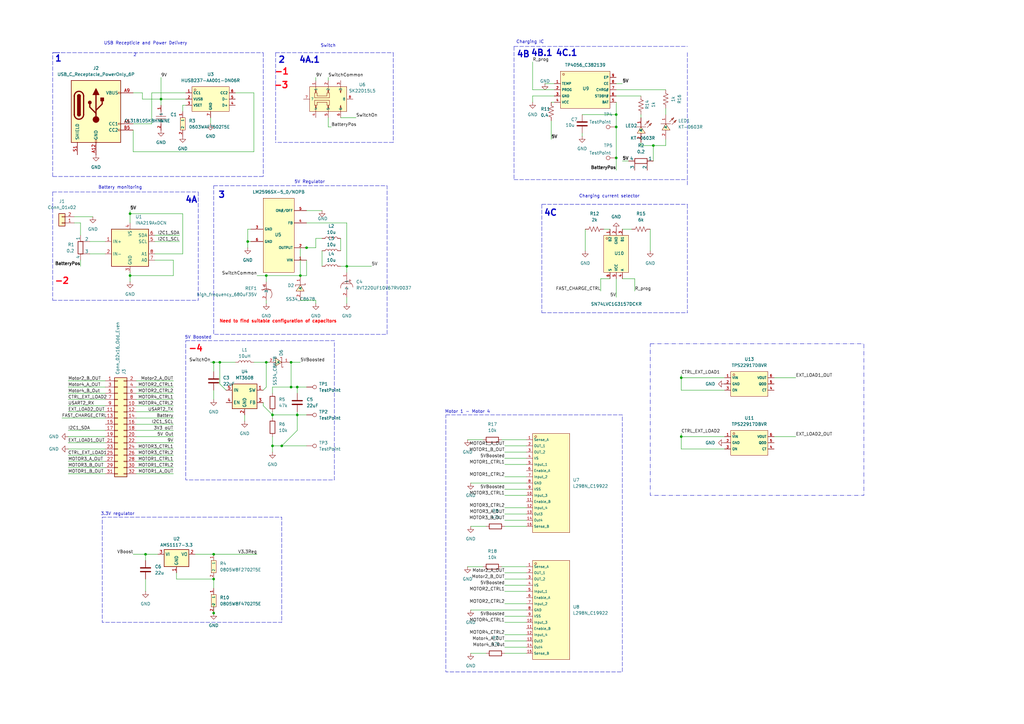
<source format=kicad_sch>
(kicad_sch (version 20231120) (generator "eeschema") (generator_version "8.0")
  (paper "A3")
  (title_block (title "EEE3088_Micro_Mouse_PCB") (date "2025-03-28") (rev "v4.0") (company "University of Cape Town") (comment 1 "@Author: Max Mendelow, Kholofelo Zondi") (comment 2 "Student number: MNDMAX003, ZNDKHO003"))
  (junction (at 101.6 99.06))
  (junction (at 125.73 101.6))
  (junction (at 90.17 148.59))
  (junction (at 111.76 182.88))
  (junction (at 279.4 154.94))
  (junction (at 109.22 113.03))
  (junction (at 111.76 170.18))
  (junction (at 252.73 46.99))
  (junction (at 279.4 179.07))
  (junction (at 109.22 148.59))
  (junction (at 53.34 113.03))
  (junction (at 119.38 148.59))
  (junction (at 252.73 52.07))
  (junction (at 123.19 113.03))
  (junction (at 267.97 59.69))
  (junction (at 87.63 251.46))
  (junction (at 59.69 227.33))
  (junction (at 87.63 148.59))
  (junction (at 121.92 158.75))
  (junction (at 119.38 158.75))
  (junction (at 252.73 64.77))
  (junction (at 115.57 182.88))
  (junction (at 121.92 170.18))
  (junction (at 53.34 87.63))
  (junction (at 66.04 40.64))
  (junction (at 142.24 109.22))
  (junction (at 87.63 227.33))
  (junction (at 87.63 237.49))
  (wire (pts (xy 139.7 109.22) (xy 142.24 109.22)))
  (wire (pts (xy 104.14 62.23) (xy 54.61 62.23)))
  (wire (pts (xy 66.04 40.64) (xy 76.2 40.64)))
  (wire (pts (xy 101.6 99.06) (xy 101.6 101.6)))
  (wire (pts (xy 87.63 160.02) (xy 87.63 163.83)))
  (wire (pts (xy 218.44 41.91) (xy 218.44 39.37)))
  (wire (pts (xy 86.36 50.8) (xy 86.36 48.26)))
  (wire (pts (xy 43.18 168.91) (xy 27.94 168.91)))
  (wire (pts (xy 279.4 177.8) (xy 279.4 179.07)))
  (polyline (pts (xy 107.95 21.59) (xy 107.95 72.39)) (stroke (width 0) (type dash)))
  (wire (pts (xy 111.76 170.18) (xy 121.92 170.18)))
  (wire (pts (xy 63.5 96.52) (xy 73.66 96.52)))
  (polyline (pts (xy 222.25 83.82) (xy 222.25 128.27)) (stroke (width 0) (type dash)))
  (wire (pts (xy 255.27 114.3) (xy 260.35 114.3)))
  (wire (pts (xy 191.77 180.34) (xy 198.12 180.34)))
  (wire (pts (xy 43.18 163.83) (xy 27.94 163.83)))
  (wire (pts (xy 55.88 173.99) (xy 71.12 173.99)))
  (wire (pts (xy 250.19 114.3) (xy 246.38 114.3)))
  (wire (pts (xy 55.88 194.31) (xy 71.12 194.31)))
  (wire (pts (xy 207.01 262.89) (xy 215.9 262.89)))
  (wire (pts (xy 207.01 240.03) (xy 215.9 240.03)))
  (wire (pts (xy 43.18 181.61) (xy 27.94 181.61)))
  (wire (pts (xy 273.05 36.83) (xy 252.73 36.83)))
  (wire (pts (xy 87.63 148.59) (xy 90.17 148.59)))
  (wire (pts (xy 36.83 99.06) (xy 43.18 99.06)))
  (wire (pts (xy 54.61 38.1) (xy 58.42 38.1)))
  (polyline (pts (xy 210.82 19.05) (xy 210.82 73.66)) (stroke (width 0) (type dash)))
  (wire (pts (xy 90.17 148.59) (xy 90.17 157.48)))
  (wire (pts (xy 273.05 57.15) (xy 273.05 59.69)))
  (wire (pts (xy 36.83 104.14) (xy 43.18 104.14)))
  (wire (pts (xy 54.61 227.33) (xy 59.69 227.33)))
  (wire (pts (xy 207.01 185.42) (xy 215.9 185.42)))
  (wire (pts (xy 87.63 237.49) (xy 87.63 241.3)))
  (wire (pts (xy 72.39 237.49) (xy 87.63 237.49)))
  (wire (pts (xy 59.69 237.49) (xy 59.69 242.57)))
  (wire (pts (xy 53.34 113.03) (xy 71.12 113.03)))
  (wire (pts (xy 297.18 184.15) (xy 279.4 184.15)))
  (wire (pts (xy 125.73 113.03) (xy 125.73 106.68)))
  (wire (pts (xy 104.14 148.59) (xy 109.22 148.59)))
  (wire (pts (xy 207.01 237.49) (xy 215.9 237.49)))
  (wire (pts (xy 205.74 232.41) (xy 215.9 232.41)))
  (wire (pts (xy 279.4 153.67) (xy 279.4 154.94)))
  (wire (pts (xy 86.36 148.59) (xy 87.63 148.59)))
  (wire (pts (xy 129.54 97.79) (xy 132.08 97.79)))
  (wire (pts (xy 273.05 46.99) (xy 273.05 44.45)))
  (wire (pts (xy 193.04 215.9) (xy 199.39 215.9)))
  (wire (pts (xy 125.73 182.88) (xy 115.57 182.88)))
  (polyline (pts (xy 21.59 21.59) (xy 22.86 21.59)) (stroke (width 0) (type dash)))
  (wire (pts (xy 252.73 39.37) (xy 262.89 39.37)))
  (wire (pts (xy 238.76 46.99) (xy 252.73 46.99)))
  (wire (pts (xy 43.18 186.69) (xy 27.94 186.69)))
  (wire (pts (xy 193.04 250.19) (xy 215.9 250.19)))
  (wire (pts (xy 87.63 148.59) (xy 87.63 152.4)))
  (wire (pts (xy 207.01 210.82) (xy 215.9 210.82)))
  (wire (pts (xy 102.87 93.98) (xy 101.6 93.98)))
  (wire (pts (xy 121.92 170.18) (xy 121.92 176.53)))
  (wire (pts (xy 55.88 166.37) (xy 71.12 166.37)))
  (wire (pts (xy 54.61 62.23) (xy 54.61 53.34)))
  (wire (pts (xy 25.4 171.45) (xy 43.18 171.45)))
  (polyline (pts (xy 161.29 58.42) (xy 113.03 58.42)) (stroke (width 0) (type dash)))
  (wire (pts (xy 111.76 158.75) (xy 119.38 158.75)))
  (wire (pts (xy 55.88 184.15) (xy 71.12 184.15)))
  (wire (pts (xy 207.01 265.43) (xy 215.9 265.43)))
  (wire (pts (xy 27.94 158.75) (xy 43.18 158.75)))
  (wire (pts (xy 207.01 242.57) (xy 215.9 242.57)))
  (wire (pts (xy 76.2 38.1) (xy 62.23 38.1)))
  (wire (pts (xy 207.01 182.88) (xy 215.9 182.88)))
  (wire (pts (xy 27.94 161.29) (xy 43.18 161.29)))
  (wire (pts (xy 252.73 34.29) (xy 255.27 34.29)))
  (wire (pts (xy 55.88 168.91) (xy 71.12 168.91)))
  (wire (pts (xy 104.14 38.1) (xy 104.14 62.23)))
  (wire (pts (xy 207.01 255.27) (xy 215.9 255.27)))
  (wire (pts (xy 90.17 148.59) (xy 96.52 148.59)))
  (wire (pts (xy 279.4 184.15) (xy 279.4 179.07)))
  (wire (pts (xy 53.34 86.36) (xy 53.34 87.63)))
  (wire (pts (xy 55.88 158.75) (xy 71.12 158.75)))
  (wire (pts (xy 121.92 176.53) (xy 115.57 182.88)))
  (wire (pts (xy 55.88 163.83) (xy 71.12 163.83)))
  (wire (pts (xy 267.97 59.69) (xy 273.05 59.69)))
  (wire (pts (xy 111.76 182.88) (xy 111.76 185.42)))
  (wire (pts (xy 227.33 36.83) (xy 218.44 36.83)))
  (wire (pts (xy 58.42 40.64) (xy 66.04 40.64)))
  (wire (pts (xy 76.2 43.18) (xy 74.93 43.18)))
  (wire (pts (xy 297.18 160.02) (xy 279.4 160.02)))
  (wire (pts (xy 55.88 191.77) (xy 71.12 191.77)))
  (wire (pts (xy 55.88 186.69) (xy 71.12 186.69)))
  (wire (pts (xy 252.73 64.77) (xy 252.73 69.85)))
  (wire (pts (xy 123.19 101.6) (xy 123.19 113.03)))
  (wire (pts (xy 59.69 227.33) (xy 64.77 227.33)))
  (wire (pts (xy 259.08 93.98) (xy 255.27 93.98)))
  (wire (pts (xy 207.01 234.95) (xy 215.9 234.95)))
  (wire (pts (xy 107.95 165.1) (xy 107.95 166.37)))
  (wire (pts (xy 297.18 154.94) (xy 279.4 154.94)))
  (wire (pts (xy 43.18 179.07) (xy 27.94 179.07)))
  (wire (pts (xy 109.22 158.75) (xy 107.95 160.02)))
  (wire (pts (xy 66.04 31.75) (xy 66.04 40.64)))
  (wire (pts (xy 74.93 104.14) (xy 74.93 87.63)))
  (polyline (pts (xy 21.59 78.74) (xy 21.59 123.19)) (stroke (width 0) (type dash)))
  (wire (pts (xy 238.76 55.88) (xy 238.76 54.61)))
  (wire (pts (xy 266.7 93.98) (xy 266.7 102.87)))
  (wire (pts (xy 27.94 156.21) (xy 43.18 156.21)))
  (wire (pts (xy 142.24 124.46) (xy 142.24 121.92)))
  (wire (pts (xy 247.65 93.98) (xy 250.19 93.98)))
  (wire (pts (xy 109.22 148.59) (xy 109.22 158.75)))
  (wire (pts (xy 33.02 91.44) (xy 33.02 96.52)))
  (wire (pts (xy 111.76 161.29) (xy 111.76 158.75)))
  (wire (pts (xy 142.24 109.22) (xy 142.24 111.76)))
  (wire (pts (xy 55.88 181.61) (xy 71.12 181.61)))
  (polyline (pts (xy 222.25 83.82) (xy 281.94 83.82)) (stroke (width 0) (type dash)))
  (wire (pts (xy 74.93 87.63) (xy 53.34 87.63)))
  (wire (pts (xy 123.19 101.6) (xy 125.73 101.6)))
  (wire (pts (xy 63.5 99.06) (xy 73.66 99.06)))
  (polyline (pts (xy 281.94 83.82) (xy 281.94 128.27)) (stroke (width 0) (type dash)))
  (wire (pts (xy 252.73 121.92) (xy 252.73 114.3)))
  (wire (pts (xy 74.93 43.18) (xy 74.93 45.72)))
  (wire (pts (xy 66.04 40.64) (xy 66.04 43.18)))
  (wire (pts (xy 62.23 38.1) (xy 62.23 50.8)))
  (wire (pts (xy 123.19 113.03) (xy 125.73 113.03)))
  (wire (pts (xy 207.01 200.66) (xy 215.9 200.66)))
  (wire (pts (xy 207.01 252.73) (xy 215.9 252.73)))
  (wire (pts (xy 207.01 213.36) (xy 215.9 213.36)))
  (wire (pts (xy 55.88 171.45) (xy 71.12 171.45)))
  (wire (pts (xy 107.95 166.37) (xy 111.76 170.18)))
  (polyline (pts (xy 22.86 21.59) (xy 25.4 21.59)) (stroke (width 0) (type dash)))
  (wire (pts (xy 207.01 215.9) (xy 215.9 215.9)))
  (polyline (pts (xy 22.86 21.59) (xy 107.95 21.59)) (stroke (width 0) (type dash)))
  (wire (pts (xy 262.89 48.26) (xy 262.89 46.99)))
  (wire (pts (xy 226.06 41.91) (xy 227.33 41.91)))
  (wire (pts (xy 53.34 113.03) (xy 53.34 115.57)))
  (polyline (pts (xy 210.82 73.66) (xy 281.94 73.66)) (stroke (width 0) (type dash)))
  (polyline (pts (xy 113.03 21.59) (xy 161.29 21.59)) (stroke (width 0) (type dash)))
  (wire (pts (xy 43.18 166.37) (xy 27.94 166.37)))
  (wire (pts (xy 55.88 179.07) (xy 71.12 179.07)))
  (polyline (pts (xy 21.59 123.19) (xy 81.28 123.19)) (stroke (width 0) (type dash)))
  (wire (pts (xy 55.88 161.29) (xy 71.12 161.29)))
  (polyline (pts (xy 113.03 21.59) (xy 113.03 58.42)) (stroke (width 0) (type dash)))
  (wire (pts (xy 101.6 93.98) (xy 101.6 99.06)))
  (polyline (pts (xy 21.59 21.59) (xy 22.86 21.59)) (stroke (width 0) (type dash)))
  (wire (pts (xy 43.18 194.31) (xy 27.94 194.31)))
  (wire (pts (xy 262.89 59.69) (xy 267.97 59.69)))
  (polyline (pts (xy 222.25 128.27) (xy 281.94 128.27)) (stroke (width 0) (type dash)))
  (wire (pts (xy 43.18 184.15) (xy 27.94 184.15)))
  (wire (pts (xy 297.18 179.07) (xy 279.4 179.07)))
  (wire (pts (xy 53.34 87.63) (xy 53.34 91.44)))
  (wire (pts (xy 226.06 49.53) (xy 226.06 57.15)))
  (wire (pts (xy 71.12 106.68) (xy 71.12 113.03)))
  (wire (pts (xy 207.01 208.28) (xy 215.9 208.28)))
  (wire (pts (xy 55.88 156.21) (xy 71.12 156.21)))
  (wire (pts (xy 207.01 260.35) (xy 215.9 260.35)))
  (wire (pts (xy 129.54 101.6) (xy 129.54 97.79)))
  (wire (pts (xy 240.03 93.98) (xy 240.03 102.87)))
  (wire (pts (xy 121.92 168.91) (xy 121.92 170.18)))
  (wire (pts (xy 260.35 114.3) (xy 260.35 119.38)))
  (wire (pts (xy 111.76 168.91) (xy 111.76 170.18)))
  (wire (pts (xy 132.08 102.87) (xy 132.08 109.22)))
  (wire (pts (xy 121.92 158.75) (xy 119.38 158.75)))
  (polyline (pts (xy 81.28 78.74) (xy 81.28 123.19)) (stroke (width 0) (type dash)))
  (wire (pts (xy 125.73 91.44) (xy 142.24 91.44)))
  (wire (pts (xy 207.01 247.65) (xy 215.9 247.65)))
  (wire (pts (xy 123.19 123.19) (xy 129.54 123.19)))
  (wire (pts (xy 255.27 66.04) (xy 257.81 66.04)))
  (wire (pts (xy 134.62 52.07) (xy 135.89 52.07)))
  (wire (pts (xy 87.63 247.65) (xy 87.63 251.46)))
  (wire (pts (xy 267.97 59.69) (xy 267.97 66.04)))
  (wire (pts (xy 30.48 88.9) (xy 38.1 88.9)))
  (wire (pts (xy 125.73 158.75) (xy 121.92 158.75)))
  (wire (pts (xy 142.24 109.22) (xy 152.4 109.22)))
  (wire (pts (xy 72.39 234.95) (xy 72.39 237.49)))
  (wire (pts (xy 252.73 46.99) (xy 252.73 41.91)))
  (wire (pts (xy 55.88 176.53) (xy 71.12 176.53)))
  (wire (pts (xy 115.57 182.88) (xy 111.76 182.88)))
  (wire (pts (xy 139.7 97.79) (xy 139.7 102.87)))
  (wire (pts (xy 262.89 58.42) (xy 262.89 59.69)))
  (polyline (pts (xy 161.29 21.59) (xy 161.29 58.42)) (stroke (width 0) (type dash)))
  (wire (pts (xy 30.48 91.44) (xy 33.02 91.44)))
  (wire (pts (xy 207.01 190.5) (xy 215.9 190.5)))
  (wire (pts (xy 109.22 113.03) (xy 123.19 113.03)))
  (wire (pts (xy 33.02 106.68) (xy 33.02 109.22)))
  (wire (pts (xy 121.92 170.18) (xy 125.73 170.18)))
  (wire (pts (xy 111.76 179.07) (xy 111.76 182.88)))
  (wire (pts (xy 139.7 48.26) (xy 146.05 48.26)))
  (polyline (pts (xy 21.59 72.39) (xy 21.59 21.59)) (stroke (width 0) (type dash)))
  (wire (pts (xy 119.38 148.59) (xy 119.38 158.75)))
  (wire (pts (xy 252.73 52.07) (xy 252.73 64.77)))
  (wire (pts (xy 279.4 160.02) (xy 279.4 154.94)))
  (wire (pts (xy 129.54 31.75) (xy 129.54 33.02)))
  (polyline (pts (xy 107.95 72.39) (xy 21.59 72.39)) (stroke (width 0) (type dash)))
  (wire (pts (xy 58.42 38.1) (xy 58.42 40.64)))
  (wire (pts (xy 119.38 148.59) (xy 123.19 148.59)))
  (wire (pts (xy 55.88 189.23) (xy 71.12 189.23)))
  (wire (pts (xy 125.73 101.6) (xy 129.54 101.6)))
  (polyline (pts (xy 210.82 19.05) (xy 281.94 19.05)) (stroke (width 0) (type dash)))
  (wire (pts (xy 43.18 189.23) (xy 27.94 189.23)))
  (polyline (pts (xy 21.59 78.74) (xy 81.28 78.74)) (stroke (width 0) (type dash)))
  (wire (pts (xy 317.5 154.94) (xy 326.39 154.94)))
  (wire (pts (xy 134.62 31.75) (xy 134.62 33.02)))
  (wire (pts (xy 191.77 232.41) (xy 198.12 232.41)))
  (wire (pts (xy 125.73 86.36) (xy 132.08 86.36)))
  (wire (pts (xy 63.5 106.68) (xy 71.12 106.68)))
  (wire (pts (xy 129.54 123.19) (xy 129.54 124.46)))
  (wire (pts (xy 62.23 50.8) (xy 54.61 50.8)))
  (wire (pts (xy 27.94 176.53) (xy 43.18 176.53)))
  (wire (pts (xy 207.01 195.58) (xy 215.9 195.58)))
  (wire (pts (xy 193.04 198.12) (xy 215.9 198.12)))
  (wire (pts (xy 218.44 36.83) (xy 218.44 25.4)))
  (wire (pts (xy 111.76 170.18) (xy 111.76 171.45)))
  (wire (pts (xy 53.34 111.76) (xy 53.34 113.03)))
  (wire (pts (xy 252.73 46.99) (xy 252.73 52.07)))
  (wire (pts (xy 96.52 38.1) (xy 104.14 38.1)))
  (wire (pts (xy 142.24 91.44) (xy 142.24 109.22)))
  (wire (pts (xy 101.6 99.06) (xy 102.87 99.06)))
  (wire (pts (xy 205.74 180.34) (xy 215.9 180.34)))
  (wire (pts (xy 105.41 113.03) (xy 109.22 113.03)))
  (wire (pts (xy 218.44 39.37) (xy 227.33 39.37)))
  (polyline (pts (xy 281.94 21.59) (xy 281.94 76.2)) (stroke (width 0) (type dash)))
  (wire (pts (xy 59.69 227.33) (xy 59.69 229.87)))
  (wire (pts (xy 87.63 227.33) (xy 105.41 227.33)))
  (wire (pts (xy 223.52 34.29) (xy 227.33 34.29)))
  (wire (pts (xy 80.01 227.33) (xy 87.63 227.33)))
  (wire (pts (xy 207.01 203.2) (xy 215.9 203.2)))
  (wire (pts (xy 317.5 179.07) (xy 326.39 179.07)))
  (wire (pts (xy 246.38 114.3) (xy 246.38 119.38)))
  (wire (pts (xy 207.01 267.97) (xy 215.9 267.97)))
  (wire (pts (xy 121.92 158.75) (xy 121.92 161.29)))
  (wire (pts (xy 109.22 123.19) (xy 109.22 124.46)))
  (wire (pts (xy 207.01 187.96) (xy 215.9 187.96)))
  (wire (pts (xy 193.04 267.97) (xy 199.39 267.97)))
  (wire (pts (xy 109.22 113.03) (xy 109.22 115.57)))
  (wire (pts (xy 90.17 157.48) (xy 92.71 160.02)))
  (wire (pts (xy 100.33 170.18) (xy 100.33 172.72)))
  (wire (pts (xy 134.62 48.26) (xy 134.62 52.07)))
  (wire (pts (xy 109.22 148.59) (xy 110.49 148.59)))
  (wire (pts (xy 43.18 191.77) (xy 27.94 191.77)))
  (wire (pts (xy 63.5 104.14) (xy 74.93 104.14)))
  (rectangle (start 76.2 139.7) (end 137.16 196.85) (stroke (width 0) (type dash)))
  (rectangle (start 41.91 212.09) (end 115.57 255.27) (stroke (width 0) (type dash)))
  (rectangle (start 87.63 76.2) (end 158.75 137.16) (stroke (width 0) (type dash)))
  (rectangle (start 182.88 170.18) (end 255.27 275.59) (stroke (width 0) (type dash)))
  (rectangle (start 266.7 140.97) (end 354.33 203.2) (stroke (width 0) (type dash_dot)))
  (text "-3" (at 115.316 35.052 0) (effects (font (size 2.54 2.54) (thickness 0.508) (bold yes))))
  (text "5V Boosted" (at 81.28 138.43 0) (effects (font (size 1.27 1.27))))
  (text "Charging current selector" (at 249.936 80.518 0) (effects (font (size 1.27 1.27))))
  (text "4C.1" (at 232.41 21.844 0) (effects (font (size 2.54 2.54) (thickness 0.508) (bold yes))))
  (text "Battery monitoring" (at 49.276 76.962 0) (effects (font (size 1.27 1.27))))
  (text "4B.1" (at 222.25 21.844 0) (effects (font (size 2.54 2.54) (thickness 0.508) (bold yes))))
  (text "1" (at 23.9653 24.1354 0) (effects (font (size 2.54 2.54) (thickness 0.508) (bold yes))))
  (text "4A" (at 78.486 82.042 0) (effects (font (size 2.54 2.54) (thickness 0.508) (bold yes))))
  (text "2" (at 55.372 22.606 0) (effects (font (size 1.27 1.27))))
  (text "Switch" (at 134.62 18.796 0) (effects (font (size 1.27 1.27))))
  (text "Motor 1 - Motor 4" (at 191.77 168.91 0) (effects (font (size 1.27 1.27))))
  (text "5V Regulator" (at 127 74.676 0) (effects (font (size 1.27 1.27))))
  (text "Charging IC\n" (at 217.424 17.272 0) (effects (font (size 1.27 1.27))))
  (text "Need to find suitable configuration of capacitors" (at 114.046 131.826 0) (effects (font (size 1.27 1.27) (bold yes))))
  (text "4B" (at 214.63 22.352 0) (effects (font (size 2.54 2.54) (thickness 0.508) (bold yes))))
  (text "4C" (at 225.806 87.376 0) (effects (font (size 2.54 2.54) (thickness 0.508) (bold yes))))
  (text "-2" (at 25.4 115.316 0) (effects (font (size 2.54 2.54) (thickness 0.508) (bold yes))))
  (text "-4\n" (at 80.264 143.002 0) (effects (font (size 2.54 2.54) (thickness 0.508) (bold yes))))
  (text "3" (at 90.932 80.01 0) (effects (font (size 2.54 2.54) (thickness 0.508) (bold yes))))
  (text "4A.1" (at 127 24.638 0) (effects (font (size 2.54 2.54) (thickness 0.508) (bold yes))))
  (text "-1" (at 115.57 29.464 0) (effects (font (size 2.54 2.54) (thickness 0.508) (bold yes))))
  (text "3.3V regulator" (at 48.26 210.82 0) (effects (font (size 1.27 1.27))))
  (text "USB Recepticle and Power Delivery\n" (at 59.69 17.78 0) (effects (font (size 1.27 1.27))))
  (text "2" (at 115.57 24.638 0) (effects (font (size 2.54 2.54) (thickness 0.508) (bold yes))))
  (label "Motor2_A_OUT" (at 71.12 156.21 180))
  (label "MOTOR3_CTRL1" (at 207.01 203.2 180))
  (label "SwitchCommon" (at 134.62 31.75 0))
  (label "MOTOR2_CTRL1" (at 71.12 158.75 180))
  (label "MOTOR1_A_OUT" (at 71.12 194.31 180))
  (label "5V" (at 255.27 34.29 0) (effects (font (bold yes))))
  (label "3V3 oUT" (at 71.12 176.53 180))
  (label "9V" (at 129.54 31.75 0))
  (label "5V" (at 53.34 86.36 0) (effects (font (bold yes))))
  (label "Motor2_B_OUT" (at 27.94 156.21 0))
  (label "MOTOR3_B_OUT" (at 27.94 191.77 0))
  (label "CTRL_EXT_LOAD1" (at 27.94 186.69 0))
  (label "R_prog" (at 260.35 119.38 0))
  (label "SwitchOn" (at 146.05 48.26 0))
  (label "MOTOR4_CTRL2" (at 207.01 260.35 180))
  (label "Motor4_A_OUT" (at 207.01 262.89 180))
  (label "USART2_TX" (at 71.12 168.91 180))
  (label "I2C1_SDA" (at 27.94 176.53 0))
  (label "CTRL_EXT_LOAD1" (at 279.4 153.67 0))
  (label "5VBoosted" (at 207.01 187.96 180))
  (label "Motor2_B_OUT" (at 207.01 237.49 180))
  (label "MOTOR3_A_OUT" (at 207.01 210.82 180))
  (label "5VBoosted" (at 207.01 200.66 180))
  (label "9V" (at 66.04 31.75 0))
  (label "MOTOR1_B_OUT" (at 207.01 185.42 180))
  (label "V3.3Reg" (at 105.41 227.33 180))
  (label "R_prog" (at 218.44 25.4 0))
  (label "MOTOR2_CTRL1" (at 207.01 242.57 180))
  (label "EXT_LOAD1_OUT" (at 326.39 154.94 0))
  (label "Battery" (at 71.12 171.45 180))
  (label "FAST_CHARGE_CTRL" (at 246.38 119.38 180))
  (label "CTRL_EXT_LOAD2" (at 279.4 177.8 0))
  (label "EXT_LOAD2_OUT" (at 326.39 179.07 0))
  (label "MOTOR1_CTRL2" (at 207.01 195.58 180))
  (label "I2C1_SCL" (at 71.12 173.99 180))
  (label "VBoost" (at 54.61 227.33 180))
  (label "EXT_LOAD2_OUT" (at 27.94 168.91 0))
  (label "MOTOR3_CTRL1" (at 71.12 184.15 180))
  (label "MOTOR4_CTRL1" (at 207.01 255.27 180))
  (label "FAST_CHARGE_CTRL" (at 25.4 171.45 0))
  (label "BatteryPos" (at 252.73 69.85 180) (effects (font (bold yes))))
  (label "I2C1_SCL" (at 73.66 99.06 180))
  (label "Motor4_A_OUT" (at 27.94 158.75 0))
  (label "MOTOR4_CTRL2" (at 71.12 166.37 180))
  (label "5VBoosted" (at 123.19 148.59 0))
  (label "5V Out" (at 71.12 179.07 180))
  (label "SwitchOn" (at 86.36 148.59 180))
  (label "5VBoosted" (at 207.01 240.03 180))
  (label "BatteryPos" (at 33.02 109.22 180) (effects (font (bold yes))))
  (label "Motor4_B_Out" (at 207.01 265.43 180))
  (label "CTRL_EXT_LOAD2" (at 27.94 163.83 0))
  (label "MOTOR3_CTRL2" (at 207.01 208.28 180))
  (label "BatteryPos" (at 135.89 52.07 0))
  (label "MOTOR1_CTRL1" (at 207.01 190.5 180))
  (label "MOTOR3_A_OUT" (at 27.94 189.23 0))
  (label "MOTOR2_CTRL2" (at 207.01 247.65 180))
  (label "MOTOR1_CTRL1" (at 71.12 189.23 180))
  (label "5V" (at 226.06 57.15 0) (effects (font (bold yes))))
  (label "USART2_RX" (at 27.94 166.37 0))
  (label "SwitchCommon" (at 105.41 113.03 180))
  (label "MOTOR1_A_OUT" (at 207.01 182.88 180))
  (label "Motor4_B_Out" (at 27.94 161.29 0))
  (label "MOTOR3_CTRL2" (at 71.12 186.69 180))
  (label "5V" (at 255.27 66.04 0) (effects (font (bold yes))))
  (label "MOTOR3_B_OUT" (at 207.01 213.36 180))
  (label "I2C1_SDA" (at 73.66 96.52 180))
  (label "5V" (at 152.4 109.22 0))
  (label "5VBoosted" (at 207.01 252.73 180))
  (label "9V" (at 71.12 181.61 180))
  (label "5V" (at 252.73 121.92 180))
  (label "MOTOR4_CTRL1" (at 71.12 163.83 180))
  (label "Motor2_A_OUT" (at 207.01 234.95 180))
  (label "MOTOR1_B_OUT" (at 27.94 194.31 0))
  (label "MOTOR1_CTRL2" (at 71.12 191.77 180))
  (label "EXT_LOAD1_OUT" (at 27.94 181.61 0))
  (label "MOTOR2_CTRL2" (at 71.12 161.29 180))
  (symbol (lib_id "Device:L") (at 135.89 109.22 90) (unit 1)
    (property "Reference" "L4" (at 135.89 104.14 90))
    (property "Value" "10u" (at 135.89 106.68 90))
    (property "Footprint" "xxcustom_footprint:L0805" (effects (hide yes)))
    (property "Datasheet" "https://jlcpcb.com/partdetail/Sunlord-SDFL2012S100KTF/C1046" (effects (hide yes)))
    (property "Description" "Inductor" (effects (hide yes)))
  )
  (symbol (lib_id "Device:R") (at 201.93 232.41 90) (unit 1)
    (property "Reference" "R18" (at 201.93 226.06 90))
    (property "Value" "10k" (at 201.93 228.6 90))
    (property "Footprint" "xxcustom_footprint:C1206" (effects (hide yes)))
    (property "Datasheet" "https://jlcpcb.com/parts/componentSearch?searchTxt=47k%CE%A9" (effects (hide yes)))
    (property "Description" "Resistor" (effects (hide yes)))
  )
  (symbol (lib_id "Connector:TestPoint") (at 125.73 158.75 270) (unit 1)
    (property "Reference" "TP1" (at 130.81 157.4799 90) (effects (justify left)))
    (property "Value" "TestPoint" (at 130.81 160.0199 90) (effects (justify left)))
    (property "Footprint" "TestPoint:TestPoint_Pad_2.5x2.5mm" (effects (hide yes)))
    (property "Description" "test point" (effects (hide yes)))
  )
  (symbol (lib_id "Connector:TestPoint") (at 252.73 52.07 90) (unit 1)
    (property "Reference" "TP4" (at 249.428 46.99 90))
    (property "Value" "TestPoint" (at 246.126 50.038 90))
    (property "Footprint" "TestPoint:TestPoint_Pad_2.5x2.5mm" (effects (hide yes)))
    (property "Description" "test point" (effects (hide yes)))
  )
  (symbol (lib_id "power:GND") (at 100.33 172.72 0) (unit 1)
    (property "Reference" "#PWR12" (effects (hide yes)))
    (property "Value" "GND" (at 100.33 177.8 0))
    (property "Description" "Power symbol creates a global label with name \"GND\" , ground" (effects (hide yes)))
  )
  (symbol (lib_id "TPS22917DBVR:TPS22917DBVR") (at 307.34 181.61 0) (unit 1)
    (property "Reference" "U11" (at 307.34 171.45 0))
    (property "Value" "TPS22917DBVR" (at 307.34 173.99 0))
    (property "Footprint" "xxcustom_footprint:SOT-23-6_L2.9-W1.6-P0.95-LS2.8-BR" (effects (hide yes)))
    (property "Datasheet" "https://item.szlcsc.com/169042.html" (effects (hide yes)))
    (property "LCSC" "C2681320" (effects (hide yes)))
  )
  (symbol (lib_id "power:GND") (at 27.94 179.07 270) (mirror x) (unit 1)
    (property "Reference" "#PWR1" (effects (hide yes)))
    (property "Value" "GND" (at 24.13 179.0699 90) (effects (justify right)))
    (property "Description" "Power symbol creates a global label with name \"GND\" , ground" (effects (hide yes)))
  )
  (symbol (lib_id "Device:R") (at 203.2 267.97 90) (unit 1)
    (property "Reference" "R7" (at 203.2 261.62 90))
    (property "Value" "47k" (at 203.2 264.16 90))
    (property "Footprint" "xxcustom_footprint:R0805" (effects (hide yes)))
    (property "Datasheet" "https://jlcpcb.com/parts/componentSearch?searchTxt=47k%CE%A9" (effects (hide yes)))
    (property "Description" "Resistor" (effects (hide yes)))
  )
  (symbol (lib_id "0603WAF7502T5E:0603WAF7502T5E") (at 74.93 50.8 270) (unit 1)
    (property "Reference" "R3" (at 77.47 49.5299 90) (effects (justify left)))
    (property "Value" "0603WAF7502T5E" (at 77.47 52.0699 90) (effects (justify left)))
    (property "Footprint" "xxcustom_footprint:R0603" (effects (hide yes)))
    (property "Datasheet" "https://www.mouser.in/datasheet/2/447/PYu_RT_1_to_0_01_RoHS_L_11-1669912.pdf" (effects (hide yes)))
    (property "LCSC" "C23242" (effects (hide yes)))
  )
  (symbol (lib_id "power:GND") (at 132.08 86.36 0) (unit 1)
    (property "Reference" "#PWR17" (effects (hide yes)))
    (property "Value" "GND" (at 132.334 89.662 0))
    (property "Description" "Power symbol creates a global label with name \"GND\" , ground" (effects (hide yes)))
  )
  (symbol (lib_id "power:GND") (at 74.93 55.88 0) (unit 1)
    (property "Reference" "#PWR8" (effects (hide yes)))
    (property "Value" "GND" (at 74.93 60.96 0))
    (property "Description" "Power symbol creates a global label with name \"GND\" , ground" (effects (hide yes)))
  )
  (symbol (lib_id "Device:R") (at 201.93 180.34 90) (unit 1)
    (property "Reference" "R17" (at 201.93 173.99 90))
    (property "Value" "10k" (at 201.93 176.53 90))
    (property "Footprint" "xxcustom_footprint:C1206" (effects (hide yes)))
    (property "Datasheet" "https://jlcpcb.com/parts/componentSearch?searchTxt=47k%CE%A9" (effects (hide yes)))
    (property "Description" "Resistor" (effects (hide yes)))
  )
  (symbol (lib_id "power:GND") (at 87.63 251.46 0) (unit 1)
    (property "Reference" "#PWR11" (effects (hide yes)))
    (property "Value" "GND" (at 87.63 256.54 0))
    (property "Description" "Power symbol creates a global label with name \"GND\" , ground" (effects (hide yes)))
  )
  (symbol (lib_id "TPS22917DBVR:TPS22917DBVR") (at 307.34 157.48 0) (unit 1)
    (property "Reference" "U13" (at 307.34 147.32 0))
    (property "Value" "TPS22917DBVR" (at 307.34 149.86 0))
    (property "Footprint" "xxcustom_footprint:SOT-23-6_L2.9-W1.6-P0.95-LS2.8-BR" (effects (hide yes)))
    (property "Datasheet" "https://item.szlcsc.com/169042.html" (effects (hide yes)))
    (property "LCSC" "C2681320" (effects (hide yes)))
  )
  (symbol (lib_id "power:GND") (at 38.1 88.9 0) (unit 1)
    (property "Reference" "#PWR3" (effects (hide yes)))
    (property "Value" "GND" (at 38.1 93.98 0))
    (property "Description" "Power symbol creates a global label with name \"GND\" , ground" (effects (hide yes)))
  )
  (symbol (lib_id "Device:R_US") (at 262.89 43.18 0) (unit 1)
    (property "Reference" "R14" (at 265.43 42.926 90))
    (property "Value" "1k" (at 267.97 42.926 90))
    (property "Footprint" "xxcustom_footprint:R0402" (effects (hide yes)))
    (property "Description" "Resistor, US symbol" (effects (hide yes)))
  )
  (symbol (lib_id "power:GND") (at 193.04 250.19 0) (unit 1)
    (property "Reference" "#PWR23" (effects (hide yes)))
    (property "Value" "GND" (at 193.04 255.27 0))
    (property "Description" "Power symbol creates a global label with name \"GND\" , ground" (effects (hide yes)))
  )
  (symbol (lib_id "Device:C") (at 121.92 165.1 0) (unit 1)
    (property "Reference" "C5" (at 125.73 163.8299 0) (effects (justify left)))
    (property "Value" "22uF" (at 125.73 166.3699 0) (effects (justify left)))
    (property "Footprint" "xxcustom_footprint:C1206" (effects (hide yes)))
    (property "Datasheet" "https://jlcpcb.com/partdetail/13537-CL31A226KAHNNNE/C12891" (effects (hide yes)))
    (property "Description" "Unpolarized capacitor" (effects (hide yes)))
  )
  (symbol (lib_id "power:GND") (at 86.36 50.8 0) (unit 1)
    (property "Reference" "#PWR9" (effects (hide yes)))
    (property "Value" "GND" (at 86.36 55.88 0))
    (property "Description" "Power symbol creates a global label with name \"GND\" , ground" (effects (hide yes)))
  )
  (symbol (lib_id "Device:R_US") (at 262.89 93.98 270) (unit 1)
    (property "Reference" "R15" (at 262.89 87.63 90))
    (property "Value" "6k" (at 262.89 90.17 90))
    (property "Footprint" "xxcustom_footprint:R0805" (effects (hide yes)))
    (property "Description" "Resistor, US symbol" (effects (hide yes)))
  )
  (symbol (lib_id "power:GND") (at 142.24 124.46 0) (unit 1)
    (property "Reference" "#PWR18" (effects (hide yes)))
    (property "Value" "GND" (at 142.24 129.54 0))
    (property "Description" "Power symbol creates a global label with name \"GND\" , ground" (effects (hide yes)))
  )
  (symbol (lib_id "Device:C") (at 87.63 156.21 0) (unit 1)
    (property "Reference" "C3" (at 91.44 154.9399 0) (effects (justify left)))
    (property "Value" "22uF" (at 91.44 157.4799 0) (effects (justify left)))
    (property "Footprint" "xxcustom_footprint:C1206" (effects (hide yes)))
    (property "Datasheet" "https://jlcpcb.com/partdetail/13537-CL31A226KAHNNNE/C12891" (effects (hide yes)))
    (property "Description" "Unpolarized capacitor" (effects (hide yes)))
  )
  (symbol (lib_id "Device:C") (at 238.76 50.8 0) (unit 1)
    (property "Reference" "C7" (at 234.188 49.022 0) (effects (justify left)))
    (property "Value" "10u" (at 231.902 51.308 0) (effects (justify left)))
    (property "Footprint" "xxcustom_footprint:CAP-SMD_L3.2-W1.6-RD-C7171" (effects (hide yes)))
    (property "Datasheet" "https://jlcpcb.com/partdetail/-TAJA106K016RNJ/C7171" (effects (hide yes)))
    (property "Description" "Unpolarized capacitor" (effects (hide yes)))
  )
  (symbol (lib_id "SS34_C8678:SS34_C8678") (at 123.19 118.11 270) (unit 1)
    (property "Reference" "D2" (at 120.65 117.094 90) (effects (justify right)))
    (property "Value" "SS34_C8678" (at 129.286 122.682 90) (effects (justify right)))
    (property "Footprint" "xxcustom_footprint:SMA_L4.3-W2.6-LS5.2-RD" (effects (hide yes)))
    (property "Datasheet" "https://item.szlcsc.com/34721.html" (effects (hide yes)))
    (property "LCSC" "C8678" (effects (hide yes)))
  )
  (symbol (lib_id "power:GND") (at 238.76 55.88 0) (unit 1)
    (property "Reference" "#PWR27" (effects (hide yes)))
    (property "Value" "GND" (at 238.76 60.96 0))
    (property "Description" "Power symbol creates a global label with name \"GND\" , ground" (effects (hide yes)))
  )
  (symbol (lib_id "power:GND") (at 223.52 34.29 0) (unit 1)
    (property "Reference" "#PWR26" (effects (hide yes)))
    (property "Value" "GND" (at 223.52 33.274 0))
    (property "Description" "Power symbol creates a global label with name \"GND\" , ground" (effects (hide yes)))
  )
  (symbol (lib_id "L298N_C19922:L298N_C19922") (at 224.79 250.19 0) (unit 1)
    (property "Reference" "U8" (at 234.95 248.9199 0) (effects (justify left)))
    (property "Value" "L298N_C19922" (at 234.95 251.4599 0) (effects (justify left)))
    (property "Footprint" "xxcustom_footprint:MULTIWATT-15_L19.6-W5.0-P1.27-L" (effects (hide yes)))
    (property "Datasheet" "https://lcsc.com/product-detail/Audio-Power-OpAmps_STMicroelectronics_TDA7576B_STMicroelectronics-TDA7576B_C176819.html" (effects (hide yes)))
    (property "LCSC" "C19922" (effects (hide yes)))
  )
  (symbol (lib_id "Connector:TestPoint") (at 125.73 182.88 270) (unit 1)
    (property "Reference" "TP3" (at 130.81 181.6099 90) (effects (justify left)))
    (property "Value" "TestPoint" (at 130.81 184.1499 90) (effects (justify left)))
    (property "Footprint" "TestPoint:TestPoint_Pad_2.5x2.5mm" (effects (hide yes)))
    (property "Description" "test point" (effects (hide yes)))
  )
  (symbol (lib_id "power:GND") (at 59.69 242.57 0) (unit 1)
    (property "Reference" "#PWR6" (effects (hide yes)))
    (property "Value" "GND" (at 59.69 247.65 0))
    (property "Description" "Power symbol creates a global label with name \"GND\" , ground" (effects (hide yes)))
  )
  (symbol (lib_id "TP4056_C382139:TP4056_C382139") (at 240.03 36.83 0) (unit 1)
    (property "Reference" "U9" (at 240.284 36.322 0))
    (property "Value" "TP4056_C382139" (at 240.03 26.67 0))
    (property "Footprint" "xxcustom_footprint:ESOP-8_L4.9-W3.9-P1.27-LS6.0-BL-EP" (effects (hide yes)))
    (property "Datasheet" "https://www.mornsun.cn/html/pdf/SCM1501B.html" (effects (hide yes)))
    (property "LCSC" "C382139" (effects (hide yes)))
  )
  (symbol (lib_id "Sensor_Energy:INA219AxDCN") (at 53.34 101.6 0) (unit 1)
    (property "Reference" "U1" (at 55.5341 88.9 0) (effects (justify left)))
    (property "Value" "INA219AxDCN" (at 55.5341 91.44 0) (effects (justify left)))
    (property "Footprint" "Package_TO_SOT_SMD:SOT-23-8" (effects (hide yes)))
    (property "Datasheet" "http://www.ti.com/lit/ds/symlink/ina219.pdf" (effects (hide yes)))
    (property "Description" "Zero-Drift, Bidirectional Current/Power Monitor (0-26V) With I2C Interface, SOT-23-8" (effects (hide yes)))
  )
  (symbol (lib_id "power:GND") (at 297.18 181.61 270) (unit 1)
    (property "Reference" "#PWR32" (effects (hide yes)))
    (property "Value" "GND" (at 293.37 181.6099 90) (effects (justify right)))
    (property "Description" "Power symbol creates a global label with name \"GND\" , ground" (effects (hide yes)))
  )
  (symbol (lib_id "Connector:USB_C_Receptacle_PowerOnly_6P") (at 39.37 45.72 0) (unit 1)
    (property "Reference" "J2" (at 39.37 27.94 0))
    (property "Value" "USB_C_Receptacle_PowerOnly_6P" (at 39.37 30.48 0))
    (property "Footprint" "xxcustom_footprint:TYPE-C-SMD_TYPE-C-6P" (effects (hide yes)))
    (property "Datasheet" "https://www.usb.org/sites/default/files/documents/usb_type-c.zip" (effects (hide yes)))
    (property "Description" "USB Power-Only 6P Type-C Receptacle connector" (effects (hide yes)))
  )
  (symbol (lib_id "power:GND") (at 191.77 232.41 0) (unit 1)
    (property "Reference" "#PWR20" (effects (hide yes)))
    (property "Value" "GND" (at 191.77 237.49 0))
    (property "Description" "Power symbol creates a global label with name \"GND\" , ground" (effects (hide yes)))
  )
  (symbol (lib_id "power:GND") (at 193.04 198.12 0) (unit 1)
    (property "Reference" "#PWR21" (effects (hide yes)))
    (property "Value" "GND" (at 193.04 203.2 0))
    (property "Description" "Power symbol creates a global label with name \"GND\" , ground" (effects (hide yes)))
  )
  (symbol (lib_id "Device:C") (at 59.69 233.68 0) (unit 1)
    (property "Reference" "C6" (at 63.5 232.4099 0) (effects (justify left)))
    (property "Value" "22u" (at 63.5 234.9499 0) (effects (justify left)))
    (property "Footprint" "xxcustom_footprint:C1206" (effects (hide yes)))
    (property "Datasheet" "https://jlcpcb.com/partdetail/13537-CL31A226KAHNNNE/C12891" (effects (hide yes)))
    (property "Description" "Unpolarized capacitor" (effects (hide yes)))
  )
  (symbol (lib_id "power:GND") (at 240.03 102.87 0) (unit 1)
    (property "Reference" "#PWR28" (effects (hide yes)))
    (property "Value" "GND" (at 240.03 107.95 0))
    (property "Description" "Power symbol creates a global label with name \"GND\" , ground" (effects (hide yes)))
  )
  (symbol (lib_id "power:GND") (at 252.73 93.98 180) (unit 1)
    (property "Reference" "#PWR29" (effects (hide yes)))
    (property "Value" "GND" (at 252.73 88.9 0))
    (property "Description" "Power symbol creates a global label with name \"GND\" , ground" (effects (hide yes)))
  )
  (symbol (lib_id "Device:L") (at 100.33 148.59 90) (unit 1)
    (property "Reference" "L1" (at 100.33 143.51 90))
    (property "Value" "10uH" (at 100.33 146.05 90))
    (property "Footprint" "xxcustom_footprint:L0805" (effects (hide yes)))
    (property "Datasheet" "https://jlcpcb.com/partdetail/Sunlord-SDFL2012S100KTF/C1046" (effects (hide yes)))
    (property "Description" "Inductor" (effects (hide yes)))
  )
  (symbol (lib_id "HUSB237-AA001-DN06R:HUSB237-AA001-DN06R") (at 86.36 40.64 0) (unit 1)
    (property "Reference" "U3" (at 86.36 30.48 0))
    (property "Value" "HUSB237-AA001-DN06R" (at 86.36 33.02 0))
    (property "Footprint" "xxcustom_footprint:TDFN-6_L2.0-W2.0-P0.65-TL-EP" (effects (hide yes)))
    (property "Datasheet" "https://item.szlcsc.com/361742.html" (effects (hide yes)))
    (property "LCSC" "C22373734" (effects (hide yes)))
  )
  (symbol (lib_id "KT-0603R:KT-0603R") (at 273.05 52.07 270) (unit 1)
    (property "Reference" "LED1" (at 278.13 49.5299 90) (effects (justify left)))
    (property "Value" "KT-0603R" (at 278.13 52.0699 90) (effects (justify left)))
    (property "Footprint" "xxcustom_footprint:R0603" (effects (hide yes)))
    (property "Datasheet" "https://jlcpcb.com/partdetail/Hubei_KentoElec-KT0603R/C2286" (effects (hide yes)))
    (property "LCSC" "C2286" (effects (hide yes)))
  )
  (symbol (lib_id "0805W8F4702T5E:0805W8F4702T5E") (at 87.63 246.38 270) (unit 1)
    (property "Reference" "R10" (at 90.17 245.11 90) (effects (justify left)))
    (property "Value" "0805W8F4702T5E" (at 90.17 247.6499 90) (effects (justify left)))
    (property "Footprint" "xxcustom_footprint:R0805" (effects (hide yes)))
    (property "Datasheet" "https://item.szlcsc.com/142685.html" (effects (hide yes)))
    (property "LCSC" "C17713" (effects (hide yes)))
  )
  (symbol (lib_id "RVT220UF10V67RV0037:RVT220UF10V67RV0037") (at 142.24 116.84 270) (unit 1)
    (property "Reference" "C4" (at 146.05 115.5699 90) (effects (justify left)))
    (property "Value" "RVT220UF10V67RV0037" (at 146.05 118.1099 90) (effects (justify left)))
    (property "Footprint" "xxcustom_footprint:CAP-SMD_BD6.3-L6.6-W6.6-FD" (effects (hide yes)))
    (property "Datasheet" "https://item.szlcsc.com/265679.html" (effects (hide yes)))
    (property "LCSC" "C2833309" (effects (hide yes)))
  )
  (symbol (lib_id "Regulator_Switching:MT3608") (at 100.33 162.56 0) (unit 1)
    (property "Reference" "U4" (at 100.33 152.4 0))
    (property "Value" "MT3608" (at 100.33 154.94 0))
    (property "Footprint" "xxcustom_footprint:SOT-23-6_L2.9-W1.6-P0.95-LS2.8-BL" (effects (hide yes)))
    (property "Datasheet" "https://www.olimex.com/Products/Breadboarding/BB-PWR-3608/resources/MT3608.pdf" (effects (hide yes)))
    (property "Description" "High Efficiency 1.2MHz 2A Step Up Converter, 2-24V Vin, 28V Vout, 4A current limit, 1.2MHz, SOT23-6" (effects (hide yes)))
  )
  (symbol (lib_id "CL31B105KBHNNNE:CL31B105KBHNNNE") (at 66.04 48.26 270) (unit 1)
    (property "Reference" "C1" (at 69.85 46.9899 90) (effects (justify left)))
    (property "Value" "CL31B105KBHNNNE" (at 69.85 49.5299 90) (effects (justify right)))
    (property "Footprint" "xxcustom_footprint:C1206" (effects (hide yes)))
    (property "Datasheet" "https://item.szlcsc.com/89171.html" (effects (hide yes)))
    (property "LCSC" "C1848" (effects (hide yes)))
  )
  (symbol (lib_id "Device:R_US") (at 226.06 45.72 180) (unit 1)
    (property "Reference" "R11" (at 221.742 44.704 0) (effects (justify right)))
    (property "Value" "0.4" (at 221.742 47.244 0) (effects (justify right)))
    (property "Footprint" "xxcustom_footprint:R0402" (effects (hide yes)))
    (property "Description" "Resistor, US symbol" (effects (hide yes)))
  )
  (symbol (lib_id "power:GND") (at 266.7 102.87 0) (unit 1)
    (property "Reference" "#PWR30" (effects (hide yes)))
    (property "Value" "GND" (at 266.7 107.95 0))
    (property "Description" "Power symbol creates a global label with name \"GND\" , ground" (effects (hide yes)))
  )
  (symbol (lib_id "power:GND") (at 27.94 184.15 270) (mirror x) (unit 1)
    (property "Reference" "#PWR2" (effects (hide yes)))
    (property "Value" "GND" (at 24.13 184.1499 90) (effects (justify right)))
    (property "Description" "Power symbol creates a global label with name \"GND\" , ground" (effects (hide yes)))
  )
  (symbol (lib_id "high_frequency_680uF35V:high_frequency_680uF35V") (at 109.22 119.38 90) (mirror x) (unit 1)
    (property "Reference" "REF1" (at 105.41 118.2683 90) (effects (justify left)))
    (property "Value" "high_frequency_680uF35V" (at 105.41 120.8083 90) (effects (justify left)))
    (property "Footprint" "xxcustom_footprint:CAP-TH_BD10.0-P5.00-D1.0-FD" (effects (hide yes)))
    (property "Datasheet" "https://item.szlcsc.com/44833.html" (effects (hide yes)))
    (property "LCSC" "C23777" (effects (hide yes)))
  )
  (symbol (lib_id "KT-0603R:KT-0603R") (at 262.89 53.34 270) (unit 1)
    (property "Reference" "LED2" (at 261.366 51.562 90) (effects (justify right)))
    (property "Value" "KT-0603R" (at 268.732 56.642 90) (effects (justify right)))
    (property "Footprint" "xxcustom_footprint:R0603" (effects (hide yes)))
    (property "Datasheet" "https://jlcpcb.com/partdetail/Hubei_KentoElec-KT0603R/C2286" (effects (hide yes)))
    (property "LCSC" "C2286" (effects (hide yes)))
  )
  (symbol (lib_id "Device:R") (at 111.76 165.1 0) (unit 1)
    (property "Reference" "R5" (at 114.3 163.8299 0) (effects (justify left)))
    (property "Value" "47k" (at 114.3 166.3699 0) (effects (justify left)))
    (property "Footprint" "xxcustom_footprint:R0805" (effects (hide yes)))
    (property "Datasheet" "https://jlcpcb.com/parts/componentSearch?searchTxt=47k%CE%A9" (effects (hide yes)))
    (property "Description" "Resistor" (effects (hide yes)))
  )
  (symbol (lib_id "power:GND") (at 297.18 157.48 270) (unit 1)
    (property "Reference" "#PWR31" (effects (hide yes)))
    (property "Value" "GND" (at 293.37 157.4799 90) (effects (justify right)))
    (property "Description" "Power symbol creates a global label with name \"GND\" , ground" (effects (hide yes)))
  )
  (symbol (lib_id "power:GND") (at 193.04 215.9 0) (unit 1)
    (property "Reference" "#PWR22" (effects (hide yes)))
    (property "Value" "GND" (at 193.04 220.98 0))
    (property "Description" "Power symbol creates a global label with name \"GND\" , ground" (effects (hide yes)))
  )
  (symbol (lib_id "Device:R_Shunt") (at 262.89 66.04 270) (unit 1)
    (property "Reference" "R2" (at 262.89 59.69 90))
    (property "Value" "0.2" (at 262.89 62.23 90))
    (property "Footprint" "xxcustom_footprint:R2512" (effects (hide yes)))
    (property "Description" "Shunt resistor" (effects (hide yes)))
  )
  (symbol (lib_id "LM2596SX-5_0/NOPB:LM2596SX-5_0/NOPB") (at 114.3 96.52 0) (unit 1)
    (property "Reference" "U5" (at 114.046 96.266 0))
    (property "Value" "LM2596SX-5_0/NOPB" (at 114.3 78.74 0))
    (property "Footprint" "xxcustom_footprint:TO-263-5_L10.2-W8.9-P1.70-TL" (effects (hide yes)))
    (property "Datasheet" "https://item.szlcsc.com/144450.html" (effects (hide yes)))
    (property "LCSC" "C10002" (effects (hide yes)))
  )
  (symbol (lib_id "power:GND") (at 129.54 124.46 0) (unit 1)
    (property "Reference" "#PWR16" (effects (hide yes)))
    (property "Value" "GND" (at 129.54 129.54 0))
    (property "Description" "Power symbol creates a global label with name \"GND\" , ground" (effects (hide yes)))
  )
  (symbol (lib_id "Device:L") (at 135.89 97.79 90) (unit 1)
    (property "Reference" "L2" (at 135.89 92.71 90))
    (property "Value" "10u" (at 135.89 95.25 90))
    (property "Footprint" "xxcustom_footprint:L0805" (effects (hide yes)))
    (property "Datasheet" "https://jlcpcb.com/partdetail/Sunlord-SDFL2012S100KTF/C1046" (effects (hide yes)))
    (property "Description" "Inductor" (effects (hide yes)))
  )
  (symbol (lib_id "Device:R_US") (at 243.84 93.98 90) (unit 1)
    (property "Reference" "R12" (at 243.84 87.63 90))
    (property "Value" "2k" (at 243.84 90.17 90))
    (property "Footprint" "xxcustom_footprint:C1206" (effects (hide yes)))
    (property "Description" "Resistor, US symbol" (effects (hide yes)))
  )
  (symbol (lib_id "Device:R") (at 203.2 215.9 90) (unit 1)
    (property "Reference" "R8" (at 203.2 209.55 90))
    (property "Value" "47k" (at 203.2 212.09 90))
    (property "Footprint" "xxcustom_footprint:R0805" (effects (hide yes)))
    (property "Datasheet" "https://jlcpcb.com/parts/componentSearch?searchTxt=47k%CE%A9" (effects (hide yes)))
    (property "Description" "Resistor" (effects (hide yes)))
  )
  (symbol (lib_id "SS34_C8678:SS34_C8678") (at 114.3 148.59 180) (unit 1)
    (property "Reference" "D6" (at 115.316 146.05 90) (effects (justify right)))
    (property "Value" "SS34_C8678" (at 112.776 146.05 90) (effects (justify left)))
    (property "Footprint" "xxcustom_footprint:SMA_L4.3-W2.6-LS5.2-RD" (effects (hide yes)))
    (property "Datasheet" "https://item.szlcsc.com/34721.html" (effects (hide yes)))
    (property "LCSC" "C8678" (effects (hide yes)))
  )
  (symbol (lib_id "0805W8F2702T5E:0805W8F2702T5E") (at 87.63 232.41 270) (unit 1)
    (property "Reference" "R4" (at 90.17 231.1399 90) (effects (justify left)))
    (property "Value" "0805W8F2702T5E" (at 90.17 233.6799 90) (effects (justify left)))
    (property "Footprint" "xxcustom_footprint:R0805" (effects (hide yes)))
    (property "Datasheet" "https://item.szlcsc.com/142685.html" (effects (hide yes)))
    (property "LCSC" "C17593" (effects (hide yes)))
  )
  (symbol (lib_id "power:GND") (at 193.04 267.97 0) (unit 1)
    (property "Reference" "#PWR24" (effects (hide yes)))
    (property "Value" "GND" (at 193.04 273.05 0))
    (property "Description" "Power symbol creates a global label with name \"GND\" , ground" (effects (hide yes)))
  )
  (symbol (lib_id "power:GND") (at 191.77 180.34 0) (unit 1)
    (property "Reference" "#PWR19" (effects (hide yes)))
    (property "Value" "GND" (at 191.77 185.42 0))
    (property "Description" "Power symbol creates a global label with name \"GND\" , ground" (effects (hide yes)))
  )
  (symbol (lib_id "Connector_Generic:Conn_02x16_Odd_Even") (at 48.26 173.99 0) (unit 1)
    (property "Reference" "J3" (at 50.8001 153.67 90) (effects (justify left)))
    (property "Value" "Conn_02x16_Odd_Even" (at 48.2601 153.67 90) (effects (justify left)))
    (property "Footprint" "Connector_PinHeader_2.54mm:PinHeader_2x16_P2.54mm_Vertical" (effects (hide yes)))
    (property "Description" "Generic connector, double row, 02x16, odd/even pin numbering scheme (row 1 odd numbers, row 2 even numbers), script generated (kicad-library-utils/schlib/autogen/connector/)" (effects (hide yes)))
  )
  (symbol (lib_id "Connector:TestPoint") (at 125.73 170.18 270) (unit 1)
    (property "Reference" "TP2" (at 130.81 168.9099 90) (effects (justify left)))
    (property "Value" "TestPoint" (at 130.81 171.4499 90) (effects (justify left)))
    (property "Footprint" "TestPoint:TestPoint_Pad_2.5x2.5mm" (effects (hide yes)))
    (property "Description" "test point" (effects (hide yes)))
  )
  (symbol (lib_id "power:GND") (at 218.44 41.91 0) (unit 1)
    (property "Reference" "#PWR25" (effects (hide yes)))
    (property "Value" "GND" (at 218.44 46.99 0))
    (property "Description" "Power symbol creates a global label with name \"GND\" , ground" (effects (hide yes)))
  )
  (symbol (lib_id "power:GND") (at 101.6 101.6 0) (unit 1)
    (property "Reference" "#PWR13" (effects (hide yes)))
    (property "Value" "GND" (at 101.6 106.68 0))
    (property "Description" "Power symbol creates a global label with name \"GND\" , ground" (effects (hide yes)))
  )
  (symbol (lib_id "power:GND") (at 87.63 163.83 0) (unit 1)
    (property "Reference" "#PWR10" (effects (hide yes)))
    (property "Value" "GND" (at 87.63 168.91 0))
    (property "Description" "Power symbol creates a global label with name \"GND\" , ground" (effects (hide yes)))
  )
  (symbol (lib_id "Device:L") (at 135.89 102.87 90) (unit 1)
    (property "Reference" "L3" (at 135.89 97.79 90))
    (property "Value" "10u" (at 135.89 100.33 90))
    (property "Footprint" "xxcustom_footprint:L0805" (effects (hide yes)))
    (property "Datasheet" "https://jlcpcb.com/partdetail/Sunlord-SDFL2012S100KTF/C1046" (effects (hide yes)))
    (property "Description" "Inductor" (effects (hide yes)))
  )
  (symbol (lib_id "power:GND") (at 39.37 63.5 0) (unit 1)
    (property "Reference" "#PWR4" (effects (hide yes)))
    (property "Value" "GND" (at 39.37 68.58 0))
    (property "Description" "Power symbol creates a global label with name \"GND\" , ground" (effects (hide yes)))
  )
  (symbol (lib_id "power:GND") (at 109.22 124.46 0) (unit 1)
    (property "Reference" "#PWR14" (effects (hide yes)))
    (property "Value" "GND" (at 109.22 129.54 0))
    (property "Description" "Power symbol creates a global label with name \"GND\" , ground" (effects (hide yes)))
  )
  (symbol (lib_id "power:GND") (at 66.04 53.34 0) (unit 1)
    (property "Reference" "#PWR7" (effects (hide yes)))
    (property "Value" "GND" (at 66.04 58.42 0))
    (property "Description" "Power symbol creates a global label with name \"GND\" , ground" (effects (hide yes)))
  )
  (symbol (lib_id "Regulator_Linear:AMS1117-3.3") (at 72.39 227.33 0) (unit 1)
    (property "Reference" "U2" (at 72.39 220.98 0))
    (property "Value" "AMS1117-3.3" (at 72.39 223.52 0))
    (property "Footprint" "Package_TO_SOT_SMD:SOT-223-3_TabPin2" (effects (hide yes)))
    (property "Datasheet" "http://www.advanced-monolithic.com/pdf/ds1117.pdf" (effects (hide yes)))
    (property "Description" "1A Low Dropout regulator, positive, 3.3V fixed output, SOT-223" (effects (hide yes)))
  )
  (symbol (lib_id "Device:R") (at 111.76 175.26 0) (unit 1)
    (property "Reference" "R6" (at 114.3 173.9899 0) (effects (justify left)))
    (property "Value" "10k" (at 114.3 176.5299 0) (effects (justify left)))
    (property "Footprint" "xxcustom_footprint:C1206" (effects (hide yes)))
    (property "Datasheet" "https://jlcpcb.com/parts/componentSearch?searchTxt=47k%CE%A9" (effects (hide yes)))
    (property "Description" "Resistor" (effects (hide yes)))
  )
  (symbol (lib_id "power:GND") (at 111.76 185.42 0) (unit 1)
    (property "Reference" "#PWR15" (effects (hide yes)))
    (property "Value" "GND" (at 111.76 190.5 0))
    (property "Description" "Power symbol creates a global label with name \"GND\" , ground" (effects (hide yes)))
  )
  (symbol (lib_id "SN74LVC1G3157DCKR:SN74LVC1G3157DCKR") (at 252.73 104.14 90) (mirror x) (unit 1)
    (property "Reference" "U10" (at 251.968 103.886 90) (effects (justify right)))
    (property "Value" "SN74LVC1G3157DCKR" (at 242.316 124.714 90) (effects (justify right)))
    (property "Footprint" "xxcustom_footprint:SC-70-6_L2.2-W1.3-P0.65-LS2.1-BR" (effects (hide yes)))
    (property "Datasheet" "https://item.szlcsc.com/112963.html" (effects (hide yes)))
    (property "LCSC" "C38663" (effects (hide yes)))
  )
  (symbol (lib_id "Connector_Generic:Conn_01x02") (at 25.4 91.44 180) (unit 1)
    (property "Reference" "J1" (at 25.4 82.55 0))
    (property "Value" "Conn_01x02" (at 25.4 85.09 0))
    (property "Footprint" "Connector_JST:JST_PH_S2B-PH-K_1x02_P2.00mm_Horizontal" (effects (hide yes)))
    (property "Description" "Generic connector, single row, 01x02, script generated (kicad-library-utils/schlib/autogen/connector/)" (effects (hide yes)))
  )
  (symbol (lib_id "power:GND") (at 53.34 115.57 0) (unit 1)
    (property "Reference" "#PWR5" (effects (hide yes)))
    (property "Value" "GND" (at 53.34 120.65 0))
    (property "Description" "Power symbol creates a global label with name \"GND\" , ground" (effects (hide yes)))
  )
  (symbol (lib_id "SK22D15L5:SK22D15L5") (at 134.62 40.64 0) (unit 1)
    (property "Reference" "U6" (at 148.59 34.6928 0))
    (property "Value" "SK22D15L5" (at 148.59 37.2328 0))
    (property "Footprint" "xxcustom_footprint:SW-TH_XKB_SK22D15L7" (effects (hide yes)))
    (property "Datasheet" "https://atta.szlcsc.com/upload/public/pdf/source/20211009/318139A7A7821CB53DA852B636F96C11.pdf" (effects (hide yes)))
    (property "LCSC" "C2884795" (effects (hide yes)))
  )
  (symbol (lib_id "Connector:TestPoint") (at 252.73 64.77 90) (unit 1)
    (property "Reference" "TP5" (at 249.428 59.69 90))
    (property "Value" "TestPoint" (at 246.126 62.738 90))
    (property "Footprint" "TestPoint:TestPoint_Pad_2.5x2.5mm" (effects (hide yes)))
    (property "Description" "test point" (effects (hide yes)))
  )
  (symbol (lib_id "L298N_C19922:L298N_C19922") (at 224.79 198.12 0) (unit 1)
    (property "Reference" "U7" (at 234.95 196.8499 0) (effects (justify left)))
    (property "Value" "L298N_C19922" (at 234.95 199.3899 0) (effects (justify left)))
    (property "Footprint" "xxcustom_footprint:MULTIWATT-15_L19.6-W5.0-P1.27-L" (effects (hide yes)))
    (property "Datasheet" "https://lcsc.com/product-detail/Audio-Power-OpAmps_STMicroelectronics_TDA7576B_STMicroelectronics-TDA7576B_C176819.html" (effects (hide yes)))
    (property "LCSC" "C19922" (effects (hide yes)))
  )
  (symbol (lib_id "Device:R_US") (at 273.05 40.64 180) (unit 1)
    (property "Reference" "R16" (at 278.638 40.64 90))
    (property "Value" "1k" (at 276.098 40.64 90))
    (property "Footprint" "xxcustom_footprint:R0402" (effects (hide yes)))
    (property "Description" "Resistor, US symbol" (effects (hide yes)))
  )
  (symbol (lib_id "Device:R_Shunt") (at 33.02 101.6 0) (unit 1)
    (property "Reference" "R1" (at 30.48 100.3299 0) (effects (justify right)))
    (property "Value" "0.2" (at 30.48 102.8699 0) (effects (justify right)))
    (property "Footprint" "xxcustom_footprint:R2512" (effects (hide yes)))
    (property "Description" "Shunt resistor" (effects (hide yes)))
  )
)
</source>
